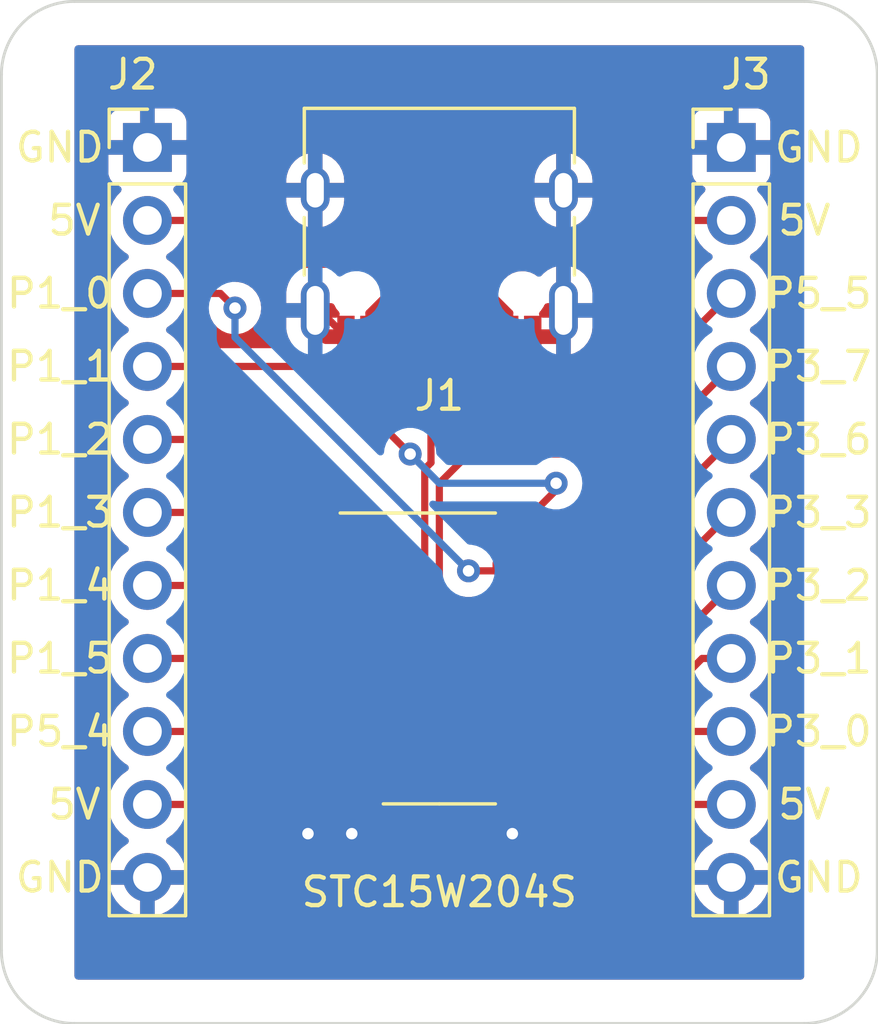
<source format=kicad_pcb>
(kicad_pcb (version 20211014) (generator pcbnew)
  (layers (0 "F.Cu" signal) (31 "B.Cu" signal) (34 "B.Paste" user) (35 "F.Paste" user) (36 "B.SilkS" user "B.Silkscreen") (37 "F.SilkS" user "F.Silkscreen") (38 "B.Mask" user) (39 "F.Mask" user) (44 "Edge.Cuts" user))
  (net 0 "")
  (net 1 "GND")
  (net 2 "+5V")
  (net 3 "p1_0")
  (net 4 "p1_1")
  (net 5 "p1_2")
  (net 6 "p1_3")
  (net 7 "p1_4")
  (net 8 "p1_5")
  (net 9 "p5_4")
  (net 10 "p5_5")
  (net 11 "p3_7")
  (net 12 "p3_6")
  (net 13 "p3_3")
  (net 14 "p3_2")
  (net 15 "p3_1")
  (net 16 "p3_0")
  (footprint "Connector_PinHeader_2.54mm:PinHeader_1x11_P2.54mm_Vertical" (layer "F.Cu") (at 121.92 53.34)
    (fp_text reference "J3" (at 0.508 -2.54) (layer "F.SilkS"))
    (fp_text value "Conn_01x11")
    (fp_line (start -1.33 26.73) (end 1.33 26.73) (layer "F.SilkS") (width 0.12))
    (fp_line (start -1.33 1.27) (end -1.33 26.73) (layer "F.SilkS") (width 0.12))
    (fp_line (start -1.33 1.27) (end 1.33 1.27) (layer "F.SilkS") (width 0.12))
    (fp_line (start -1.33 0) (end -1.33 -1.33) (layer "F.SilkS") (width 0.12))
    (fp_line (start 1.33 1.27) (end 1.33 26.73) (layer "F.SilkS") (width 0.12))
    (fp_line (start -1.33 -1.33) (end 0 -1.33) (layer "F.SilkS") (width 0.12))
    (pad "1" thru_hole rect (at 0 0) (size 1.7 1.7) (drill 1) (layers *.Cu *.Mask) (net 1 "GND"))
    (pad "2" thru_hole oval (at 0 2.54) (size 1.7 1.7) (drill 1) (layers *.Cu *.Mask) (net 2 "+5V"))
    (pad "3" thru_hole oval (at 0 5.08) (size 1.7 1.7) (drill 1) (layers *.Cu *.Mask) (net 10 "p5_5"))
    (pad "4" thru_hole oval (at 0 7.62) (size 1.7 1.7) (drill 1) (layers *.Cu *.Mask) (net 11 "p3_7"))
    (pad "5" thru_hole oval (at 0 10.16) (size 1.7 1.7) (drill 1) (layers *.Cu *.Mask) (net 12 "p3_6"))
    (pad "6" thru_hole oval (at 0 12.7) (size 1.7 1.7) (drill 1) (layers *.Cu *.Mask) (net 13 "p3_3"))
    (pad "7" thru_hole oval (at 0 15.24) (size 1.7 1.7) (drill 1) (layers *.Cu *.Mask) (net 14 "p3_2"))
    (pad "8" thru_hole oval (at 0 17.78) (size 1.7 1.7) (drill 1) (layers *.Cu *.Mask) (net 15 "p3_1"))
    (pad "9" thru_hole oval (at 0 20.32) (size 1.7 1.7) (drill 1) (layers *.Cu *.Mask) (net 16 "p3_0"))
    (pad "10" thru_hole oval (at 0 22.86) (size 1.7 1.7) (drill 1) (layers *.Cu *.Mask) (net 2 "+5V"))
    (pad "11" thru_hole oval (at 0 25.4) (size 1.7 1.7) (drill 1) (layers *.Cu *.Mask) (net 1 "GND"))
  )
  (footprint "Connector_PinHeader_2.54mm:PinHeader_1x11_P2.54mm_Vertical" (layer "F.Cu") (at 101.6 53.34)
    (fp_text reference "J2" (at -0.508 -2.54) (layer "F.SilkS"))
    (fp_text value "Conn_01x11")
    (fp_line (start -1.33 1.27) (end -1.33 26.73) (layer "F.SilkS") (width 0.12))
    (fp_line (start -1.33 1.27) (end 1.33 1.27) (layer "F.SilkS") (width 0.12))
    (fp_line (start -1.33 0) (end -1.33 -1.33) (layer "F.SilkS") (width 0.12))
    (fp_line (start -1.33 -1.33) (end 0 -1.33) (layer "F.SilkS") (width 0.12))
    (fp_line (start 1.33 1.27) (end 1.33 26.73) (layer "F.SilkS") (width 0.12))
    (fp_line (start -1.33 26.73) (end 1.33 26.73) (layer "F.SilkS") (width 0.12))
    (pad "1" thru_hole rect (at 0 0) (size 1.7 1.7) (drill 1) (layers *.Cu *.Mask) (net 1 "GND"))
    (pad "2" thru_hole oval (at 0 2.54) (size 1.7 1.7) (drill 1) (layers *.Cu *.Mask) (net 2 "+5V"))
    (pad "3" thru_hole oval (at 0 5.08) (size 1.7 1.7) (drill 1) (layers *.Cu *.Mask) (net 3 "p1_0"))
    (pad "4" thru_hole oval (at 0 7.62) (size 1.7 1.7) (drill 1) (layers *.Cu *.Mask) (net 4 "p1_1"))
    (pad "5" thru_hole oval (at 0 10.16) (size 1.7 1.7) (drill 1) (layers *.Cu *.Mask) (net 5 "p1_2"))
    (pad "6" thru_hole oval (at 0 12.7) (size 1.7 1.7) (drill 1) (layers *.Cu *.Mask) (net 6 "p1_3"))
    (pad "7" thru_hole oval (at 0 15.24) (size 1.7 1.7) (drill 1) (layers *.Cu *.Mask) (net 7 "p1_4"))
    (pad "8" thru_hole oval (at 0 17.78) (size 1.7 1.7) (drill 1) (layers *.Cu *.Mask) (net 8 "p1_5"))
    (pad "9" thru_hole oval (at 0 20.32) (size 1.7 1.7) (drill 1) (layers *.Cu *.Mask) (net 9 "p5_4"))
    (pad "10" thru_hole oval (at 0 22.86) (size 1.7 1.7) (drill 1) (layers *.Cu *.Mask) (net 2 "+5V"))
    (pad "11" thru_hole oval (at 0 25.4) (size 1.7 1.7) (drill 1) (layers *.Cu *.Mask) (net 1 "GND"))
  )
  (footprint "Connector_USB:USB_C_Receptacle_HRO_TYPE-C-31-M-12" (layer "F.Cu") (at 111.76 55.88 180)
    (fp_text reference "J1" (at 0 -6.096) (layer "F.SilkS"))
    (fp_text value "USB_C_Receptacle_USB2.0")
    (fp_line (start -4.7 3.9) (end 4.7 3.9) (layer "F.SilkS") (width 0.12))
    (fp_line (start 4.7 -1.9) (end 4.7 0.1) (layer "F.SilkS") (width 0.12))
    (fp_line (start -4.7 2) (end -4.7 3.9) (layer "F.SilkS") (width 0.12))
    (fp_line (start -4.7 -1.9) (end -4.7 0.1) (layer "F.SilkS") (width 0.12))
    (fp_line (start 4.7 2) (end 4.7 3.9) (layer "F.SilkS") (width 0.12))
    (pad "" np_thru_hole circle (at 2.89 -2.6 180) (size 0.65 0.65) (drill 0.65) (layers *.Cu *.Mask))
    (pad "" np_thru_hole circle (at -2.89 -2.6 180) (size 0.65 0.65) (drill 0.65) (layers *.Cu *.Mask))
    (pad "A1" smd rect (at -3.25 -4.045 180) (size 0.6 1.45) (layers "F.Cu" "F.Paste" "F.Mask") (net 1 "GND"))
    (pad "A4" smd rect (at -2.45 -4.045 180) (size 0.6 1.45) (layers "F.Cu" "F.Paste" "F.Mask") (net 2 "+5V"))
    (pad "A5" smd rect (at -1.25 -4.045 180) (size 0.3 1.45) (layers "F.Cu" "F.Paste" "F.Mask") (net 1 "GND"))
    (pad "A6" smd rect (at -0.25 -4.045 180) (size 0.3 1.45) (layers "F.Cu" "F.Paste" "F.Mask") (net 1 "GND"))
    (pad "A7" smd rect (at 0.25 -4.045 180) (size 0.3 1.45) (layers "F.Cu" "F.Paste" "F.Mask") (net 1 "GND"))
    (pad "A8" smd rect (at 1.25 -4.045 180) (size 0.3 1.45) (layers "F.Cu" "F.Paste" "F.Mask") (net 1 "GND"))
    (pad "A9" smd rect (at 2.45 -4.045 180) (size 0.6 1.45) (layers "F.Cu" "F.Paste" "F.Mask") (net 2 "+5V"))
    (pad "A12" smd rect (at 3.25 -4.045 180) (size 0.6 1.45) (layers "F.Cu" "F.Paste" "F.Mask") (net 1 "GND"))
    (pad "B1" smd rect (at 3.25 -4.045 180) (size 0.6 1.45) (layers "F.Cu" "F.Paste" "F.Mask") (net 1 "GND"))
    (pad "B4" smd rect (at 2.45 -4.045 180) (size 0.6 1.45) (layers "F.Cu" "F.Paste" "F.Mask") (net 2 "+5V"))
    (pad "B5" smd rect (at 1.75 -4.045 180) (size 0.3 1.45) (layers "F.Cu" "F.Paste" "F.Mask") (net 1 "GND"))
    (pad "B6" smd rect (at 0.75 -4.045 180) (size 0.3 1.45) (layers "F.Cu" "F.Paste" "F.Mask") (net 1 "GND"))
    (pad "B7" smd rect (at -0.75 -4.045 180) (size 0.3 1.45) (layers "F.Cu" "F.Paste" "F.Mask") (net 1 "GND"))
    (pad "B8" smd rect (at -1.75 -4.045 180) (size 0.3 1.45) (layers "F.Cu" "F.Paste" "F.Mask") (net 1 "GND"))
    (pad "B9" smd rect (at -2.45 -4.045 180) (size 0.6 1.45) (layers "F.Cu" "F.Paste" "F.Mask") (net 2 "+5V"))
    (pad "B12" smd rect (at -3.25 -4.045 180) (size 0.6 1.45) (layers "F.Cu" "F.Paste" "F.Mask") (net 1 "GND"))
    (pad "S1" thru_hole oval (at 4.32 -3.13 180) (size 1 2.1) (drill oval 0.6 1.7) (layers *.Cu *.Mask) (net 1 "GND"))
    (pad "S1" thru_hole oval (at -4.32 1.05 180) (size 1 1.6) (drill oval 0.6 1.2) (layers *.Cu *.Mask) (net 1 "GND"))
    (pad "S1" thru_hole oval (at 4.32 1.05 180) (size 1 1.6) (drill oval 0.6 1.2) (layers *.Cu *.Mask) (net 1 "GND"))
    (pad "S1" thru_hole oval (at -4.32 -3.13 180) (size 1 2.1) (drill oval 0.6 1.7) (layers *.Cu *.Mask) (net 1 "GND"))
  )
  (footprint "Package_SO:STC_SOP-16_3.9x9.9mm_P1.27mm" (layer "F.Cu") (at 111.76 71.12)
    (fp_text reference "STC15W204S" (at 0 8.128) (layer "F.SilkS"))
    (fp_text value "STC15W204S-35x-SOP16")
    (fp_line (start 0 -5.06) (end 1.95 -5.06) (layer "F.SilkS") (width 0.12))
    (fp_line (start 0 -5.06) (end -3.45 -5.06) (layer "F.SilkS") (width 0.12))
    (fp_line (start 0 5.06) (end 1.95 5.06) (layer "F.SilkS") (width 0.12))
    (fp_line (start 0 5.06) (end -1.95 5.06) (layer "F.SilkS") (width 0.12))
    (pad "1" smd roundrect (at -2.65 -4.445) (size 1.6 0.55) (layers "F.Cu" "F.Paste" "F.Mask") (net 5 "p1_2"))
    (pad "2" smd roundrect (at -2.65 -3.175) (size 1.6 0.55) (layers "F.Cu" "F.Paste" "F.Mask") (net 6 "p1_3"))
    (pad "3" smd roundrect (at -2.65 -1.905) (size 1.6 0.55) (layers "F.Cu" "F.Paste" "F.Mask") (net 7 "p1_4"))
    (pad "4" smd roundrect (at -2.65 -0.635) (size 1.6 0.55) (layers "F.Cu" "F.Paste" "F.Mask") (net 8 "p1_5"))
    (pad "5" smd roundrect (at -2.65 0.635) (size 1.6 0.55) (layers "F.Cu" "F.Paste" "F.Mask") (net 9 "p5_4"))
    (pad "6" smd roundrect (at -2.65 1.905) (size 1.6 0.55) (layers "F.Cu" "F.Paste" "F.Mask") (net 2 "+5V"))
    (pad "7" smd roundrect (at -2.65 3.175) (size 1.6 0.55) (layers "F.Cu" "F.Paste" "F.Mask") (net 10 "p5_5"))
    (pad "8" smd roundrect (at -2.65 4.445) (size 1.6 0.55) (layers "F.Cu" "F.Paste" "F.Mask") (net 1 "GND"))
    (pad "9" smd roundrect (at 2.65 4.445) (size 1.6 0.55) (layers "F.Cu" "F.Paste" "F.Mask") (net 16 "p3_0"))
    (pad "10" smd roundrect (at 2.65 3.175) (size 1.6 0.55) (layers "F.Cu" "F.Paste" "F.Mask") (net 15 "p3_1"))
    (pad "11" smd roundrect (at 2.65 1.905) (size 1.6 0.55) (layers "F.Cu" "F.Paste" "F.Mask") (net 14 "p3_2"))
    (pad "12" smd roundrect (at 2.65 0.635) (size 1.6 0.55) (layers "F.Cu" "F.Paste" "F.Mask") (net 13 "p3_3"))
    (pad "13" smd roundrect (at 2.65 -0.635) (size 1.6 0.55) (layers "F.Cu" "F.Paste" "F.Mask") (net 12 "p3_6"))
    (pad "14" smd roundrect (at 2.65 -1.905) (size 1.6 0.55) (layers "F.Cu" "F.Paste" "F.Mask") (net 11 "p3_7"))
    (pad "15" smd roundrect (at 2.65 -3.175) (size 1.6 0.55) (layers "F.Cu" "F.Paste" "F.Mask") (net 3 "p1_0"))
    (pad "16" smd roundrect (at 2.65 -4.445) (size 1.6 0.55) (layers "F.Cu" "F.Paste" "F.Mask") (net 4 "p1_1"))
  )
  (gr_arc (start 96.52 50.8) (mid 97.263949 49.003949) (end 99.06 48.26) (layer "Edge.Cuts") (width 0.1))
  (gr_line (start 99.06 48.26) (end 124.46 48.26) (layer "Edge.Cuts") (width 0.1))
  (gr_arc (start 124.46 48.26) (mid 126.256051 49.003949) (end 127 50.8) (layer "Edge.Cuts") (width 0.1))
  (gr_arc (start 99.06 83.82) (mid 97.263949 83.076051) (end 96.52 81.28) (layer "Edge.Cuts") (width 0.1))
  (gr_line (start 99.06 83.82) (end 124.46 83.82) (layer "Edge.Cuts") (width 0.1))
  (gr_line (start 96.52 50.8) (end 96.52 81.28) (layer "Edge.Cuts") (width 0.1))
  (gr_line (start 127 81.28) (end 127 50.8) (layer "Edge.Cuts") (width 0.1))
  (gr_arc (start 127 81.28) (mid 126.256051 83.076051) (end 124.46 83.82) (layer "Edge.Cuts") (width 0.1))
  (gr_text "GND" (at 124.968 53.34) (layer "F.SilkS") (effects (font (size 1 1))))
  (gr_text "P3_6" (at 124.968 63.5) (layer "F.SilkS") (effects (font (size 1 1))))
  (gr_text "P1_5" (at 98.552 71.12) (layer "F.SilkS") (effects (font (size 1 1))))
  (gr_text "5V" (at 99.06 76.2) (layer "F.SilkS") (effects (font (size 1 1))))
  (gr_text "P3_2" (at 124.968 68.58) (layer "F.SilkS") (effects (font (size 1 1))))
  (gr_text "GND" (at 124.968 78.74) (layer "F.SilkS") (effects (font (size 1 1))))
  (gr_text "P3_0" (at 124.968 73.66) (layer "F.SilkS") (effects (font (size 1 1))))
  (gr_text "P1_3" (at 98.552 66.04) (layer "F.SilkS") (effects (font (size 1 1))))
  (gr_text "5V" (at 124.46 76.2) (layer "F.SilkS") (effects (font (size 1 1))))
  (gr_text "P1_0" (at 98.552 58.42) (layer "F.SilkS") (effects (font (size 1 1))))
  (gr_text "P3_3" (at 124.968 66.04) (layer "F.SilkS") (effects (font (size 1 1))))
  (gr_text "P1_4" (at 98.552 68.58) (layer "F.SilkS") (effects (font (size 1 1))))
  (gr_text "P1_2" (at 98.552 63.5) (layer "F.SilkS") (effects (font (size 1 1))))
  (gr_text "P3_7" (at 124.968 60.96) (layer "F.SilkS") (effects (font (size 1 1))))
  (gr_text "GND" (at 98.552 78.74) (layer "F.SilkS") (effects (font (size 1 1))))
  (gr_text "P1_1" (at 98.552 60.96) (layer "F.SilkS") (effects (font (size 1 1))))
  (gr_text "5V" (at 124.46 55.88) (layer "F.SilkS") (effects (font (size 1 1))))
  (gr_text "5V" (at 99.06 55.88) (layer "F.SilkS") (effects (font (size 1 1))))
  (gr_text "GND" (at 98.552 53.34) (layer "F.SilkS") (effects (font (size 1 1))))
  (gr_text "P5_4" (at 98.552 73.66) (layer "F.SilkS") (effects (font (size 1 1))))
  (gr_text "P3_1" (at 124.968 71.12) (layer "F.SilkS") (effects (font (size 1 1))))
  (gr_text "P5_5" (at 124.968 58.42) (layer "F.SilkS") (effects (font (size 1 1))))
  (segment (start 107.44 59.01) (end 107.595 59.01) (width 0.25) (layer "F.Cu") (net 1))
  (segment (start 107.595 59.01) (end 108.51 59.925) (width 0.25) (layer "F.Cu") (net 1))
  (segment (start 116.08 54.83) (end 116.08 59.01) (width 0.25) (layer "F.Cu") (net 1))
  (via (at 114.3 77.216) (size 0.8) (drill 0.4) (layers "F.Cu" "B.Cu") (net 1))
  (via (at 107.188 77.216) (size 0.8) (drill 0.4) (layers "F.Cu" "B.Cu") (net 1))
  (via (at 108.712 77.216) (size 0.8) (drill 0.4) (layers "F.Cu" "B.Cu") (net 1))
  (segment (start 109.11 73.025) (end 109.294074 73.025) (width 0.25) (layer "F.Cu") (net 2))
  (segment (start 111.252 64.525305) (end 111.469 64.308305) (width 0.25) (layer "F.Cu") (net 2))
  (segment (start 105.41 78.74) (end 118.11 78.74) (width 0.25) (layer "F.Cu") (net 2))
  (segment (start 118.11 76.2) (end 121.92 76.2) (width 0.25) (layer "F.Cu") (net 2))
  (segment (start 111.469 63.209) (end 109.31 61.05) (width 0.25) (layer "F.Cu") (net 2))
  (segment (start 118.11 78.74) (end 118.11 76.2) (width 0.25) (layer "F.Cu") (net 2))
  (segment (start 108.331 73.025) (end 105.156 76.2) (width 0.25) (layer "F.Cu") (net 2))
  (segment (start 101.6 76.2) (end 105.156 76.2) (width 0.25) (layer "F.Cu") (net 2))
  (segment (start 114.21 59.925) (end 114.21 59.1) (width 0.25) (layer "F.Cu") (net 2))
  (segment (start 109.11 73.025) (end 108.331 73.025) (width 0.25) (layer "F.Cu") (net 2))
  (segment (start 110.236 57.404) (end 106.934 57.404) (width 0.25) (layer "F.Cu") (net 2))
  (segment (start 109.31 59.925) (end 109.31 59.1) (width 0.25) (layer "F.Cu") (net 2))
  (segment (start 118.11 50.8) (end 118.11 55.88) (width 0.25) (layer "F.Cu") (net 2))
  (segment (start 118.11 55.88) (end 121.92 55.88) (width 0.25) (layer "F.Cu") (net 2))
  (segment (start 109.31 61.05) (end 109.31 59.925) (width 0.25) (layer "F.Cu") (net 2))
  (segment (start 105.41 55.88) (end 105.41 50.8) (width 0.25) (layer "F.Cu") (net 2))
  (segment (start 105.41 76.2) (end 105.41 78.74) (width 0.25) (layer "F.Cu") (net 2))
  (segment (start 109.294074 73.025) (end 111.252 71.067074) (width 0.25) (layer "F.Cu") (net 2))
  (segment (start 111.252 71.067074) (end 111.252 64.525305) (width 0.25) (layer "F.Cu") (net 2))
  (segment (start 101.6 55.88) (end 105.41 55.88) (width 0.25) (layer "F.Cu") (net 2))
  (segment (start 109.31 59.1) (end 110.236 58.174) (width 0.25) (layer "F.Cu") (net 2))
  (segment (start 111.469 64.308305) (end 111.469 63.209) (width 0.25) (layer "F.Cu") (net 2))
  (segment (start 105.41 50.8) (end 118.11 50.8) (width 0.25) (layer "F.Cu") (net 2))
  (segment (start 105.156 76.2) (end 105.41 76.2) (width 0.25) (layer "F.Cu") (net 2))
  (segment (start 110.236 58.174) (end 110.236 57.404) (width 0.25) (layer "F.Cu") (net 2))
  (segment (start 112.514 57.404) (end 110.236 57.404) (width 0.25) (layer "F.Cu") (net 2))
  (segment (start 114.21 59.1) (end 112.514 57.404) (width 0.25) (layer "F.Cu") (net 2))
  (segment (start 106.934 57.404) (end 105.41 55.88) (width 0.25) (layer "F.Cu") (net 2))
  (segment (start 104.14 58.42) (end 104.648 58.928) (width 0.25) (layer "F.Cu") (net 3))
  (segment (start 101.6 58.42) (end 104.14 58.42) (width 0.25) (layer "F.Cu") (net 3))
  (segment (start 114.41 67.962) (end 114.41 67.945) (width 0.25) (layer "F.Cu") (net 3))
  (segment (start 114.3 68.072) (end 114.41 67.962) (width 0.25) (layer "F.Cu") (net 3))
  (segment (start 112.776 68.072) (end 114.3 68.072) (width 0.25) (layer "F.Cu") (net 3))
  (via (at 104.648 58.928) (size 0.8) (drill 0.4) (layers "F.Cu" "B.Cu") (net 3))
  (via (at 112.776 68.072) (size 0.8) (drill 0.4) (layers "F.Cu" "B.Cu") (net 3))
  (segment (start 104.648 58.928) (end 104.648 59.944) (width 0.25) (layer "B.Cu") (net 3))
  (segment (start 104.648 59.944) (end 112.776 68.072) (width 0.25) (layer "B.Cu") (net 3))
  (segment (start 115.824 65.024) (end 115.824 65.261) (width 0.25) (layer "F.Cu") (net 4))
  (segment (start 115.824 65.261) (end 114.41 66.675) (width 0.25) (layer "F.Cu") (net 4))
  (segment (start 101.6 60.96) (end 107.696 60.96) (width 0.25) (layer "F.Cu") (net 4))
  (segment (start 107.696 60.96) (end 110.744 64.008) (width 0.25) (layer "F.Cu") (net 4))
  (via (at 110.744 64.008) (size 0.8) (drill 0.4) (layers "F.Cu" "B.Cu") (net 4))
  (via (at 115.824 65.024) (size 0.8) (drill 0.4) (layers "F.Cu" "B.Cu") (net 4))
  (segment (start 110.744 64.008) (end 111.76 65.024) (width 0.25) (layer "B.Cu") (net 4))
  (segment (start 111.76 65.024) (end 115.824 65.024) (width 0.25) (layer "B.Cu") (net 4))
  (segment (start 106.299 66.675) (end 109.11 66.675) (width 0.25) (layer "F.Cu") (net 5))
  (segment (start 101.6 63.5) (end 103.124 63.5) (width 0.25) (layer "F.Cu") (net 5))
  (segment (start 103.124 63.5) (end 106.299 66.675) (width 0.25) (layer "F.Cu") (net 5))
  (segment (start 103.632 66.04) (end 105.664 68.072) (width 0.25) (layer "F.Cu") (net 6))
  (segment (start 108.983 68.072) (end 109.11 67.945) (width 0.25) (layer "F.Cu") (net 6))
  (segment (start 101.6 66.04) (end 103.632 66.04) (width 0.25) (layer "F.Cu") (net 6))
  (segment (start 105.664 68.072) (end 108.983 68.072) (width 0.25) (layer "F.Cu") (net 6))
  (segment (start 104.14 68.58) (end 104.775 69.215) (width 0.25) (layer "F.Cu") (net 7))
  (segment (start 104.775 69.215) (end 109.11 69.215) (width 0.25) (layer "F.Cu") (net 7))
  (segment (start 101.6 68.58) (end 104.14 68.58) (width 0.25) (layer "F.Cu") (net 7))
  (segment (start 105.791 70.485) (end 109.11 70.485) (width 0.25) (layer "F.Cu") (net 8))
  (segment (start 101.6 71.12) (end 105.156 71.12) (width 0.25) (layer "F.Cu") (net 8))
  (segment (start 105.156 71.12) (end 105.791 70.485) (width 0.25) (layer "F.Cu") (net 8))
  (segment (start 105.41 71.882) (end 105.664 71.628) (width 0.25) (layer "F.Cu") (net 9))
  (segment (start 105.41 73.66) (end 105.41 71.882) (width 0.25) (layer "F.Cu") (net 9))
  (segment (start 108.983 71.628) (end 109.11 71.755) (width 0.25) (layer "F.Cu") (net 9))
  (segment (start 105.664 71.628) (end 108.983 71.628) (width 0.25) (layer "F.Cu") (net 9))
  (segment (start 101.6 73.66) (end 105.41 73.66) (width 0.25) (layer "F.Cu") (net 9))
  (segment (start 111.76 74.168) (end 111.633 74.295) (width 0.25) (layer "F.Cu") (net 10))
  (segment (start 112.776 64.008) (end 111.76 65.024) (width 0.25) (layer "F.Cu") (net 10))
  (segment (start 116.332 64.008) (end 112.776 64.008) (width 0.25) (layer "F.Cu") (net 10))
  (segment (start 111.76 65.024) (end 111.76 74.168) (width 0.25) (layer "F.Cu") (net 10))
  (segment (start 121.92 58.42) (end 116.332 64.008) (width 0.25) (layer "F.Cu") (net 10))
  (segment (start 111.633 74.295) (end 109.11 74.295) (width 0.25) (layer "F.Cu") (net 10))
  (segment (start 116.332 69.088) (end 116.205 69.215) (width 0.25) (layer "F.Cu") (net 11))
  (segment (start 116.205 69.215) (end 114.41 69.215) (width 0.25) (layer "F.Cu") (net 11))
  (segment (start 116.332 66.548) (end 116.332 69.088) (width 0.25) (layer "F.Cu") (net 11))
  (segment (start 121.92 60.96) (end 116.332 66.548) (width 0.25) (layer "F.Cu") (net 11))
  (segment (start 116.84 68.58) (end 116.84 70.104) (width 0.25) (layer "F.Cu") (net 12))
  (segment (start 116.459 70.485) (end 114.41 70.485) (width 0.25) (layer "F.Cu") (net 12))
  (segment (start 121.92 63.5) (end 116.84 68.58) (width 0.25) (layer "F.Cu") (net 12))
  (segment (start 116.84 70.104) (end 116.459 70.485) (width 0.25) (layer "F.Cu") (net 12))
  (segment (start 121.92 66.04) (end 116.205 71.755) (width 0.25) (layer "F.Cu") (net 13))
  (segment (start 116.205 71.755) (end 114.41 71.755) (width 0.25) (layer "F.Cu") (net 13))
  (segment (start 117.348 73.152) (end 114.537 73.152) (width 0.25) (layer "F.Cu") (net 14))
  (segment (start 121.92 68.58) (end 117.348 73.152) (width 0.25) (layer "F.Cu") (net 14))
  (segment (start 114.537 73.152) (end 114.41 73.025) (width 0.25) (layer "F.Cu") (net 14))
  (segment (start 121.92 71.12) (end 120.904 71.12) (width 0.25) (layer "F.Cu") (net 15))
  (segment (start 120.904 71.12) (end 117.729 74.295) (width 0.25) (layer "F.Cu") (net 15))
  (segment (start 117.729 74.295) (end 114.41 74.295) (width 0.25) (layer "F.Cu") (net 15))
  (segment (start 117.981604 75.692) (end 114.537 75.692) (width 0.25) (layer "F.Cu") (net 16))
  (segment (start 114.537 75.692) (end 114.41 75.565) (width 0.25) (layer "F.Cu") (net 16))
  (segment (start 120.013604 73.66) (end 117.981604 75.692) (width 0.25) (layer "F.Cu") (net 16))
  (segment (start 121.92 73.66) (end 120.013604 73.66) (width 0.25) (layer "F.Cu") (net 16))
  (zone (net 1) (net_name "GND") (layers F&B.Cu) (connect_pads (clearance 0.508)) (min_thickness 0.254) (fill yes (thermal_gap 0.508) (thermal_bridge_width 0.508))
    (polygon (pts (xy 124.46 82.296) (xy 99.06 82.296) (xy 99.06 49.784) (xy 124.46 49.784)))
  )
)
</source>
